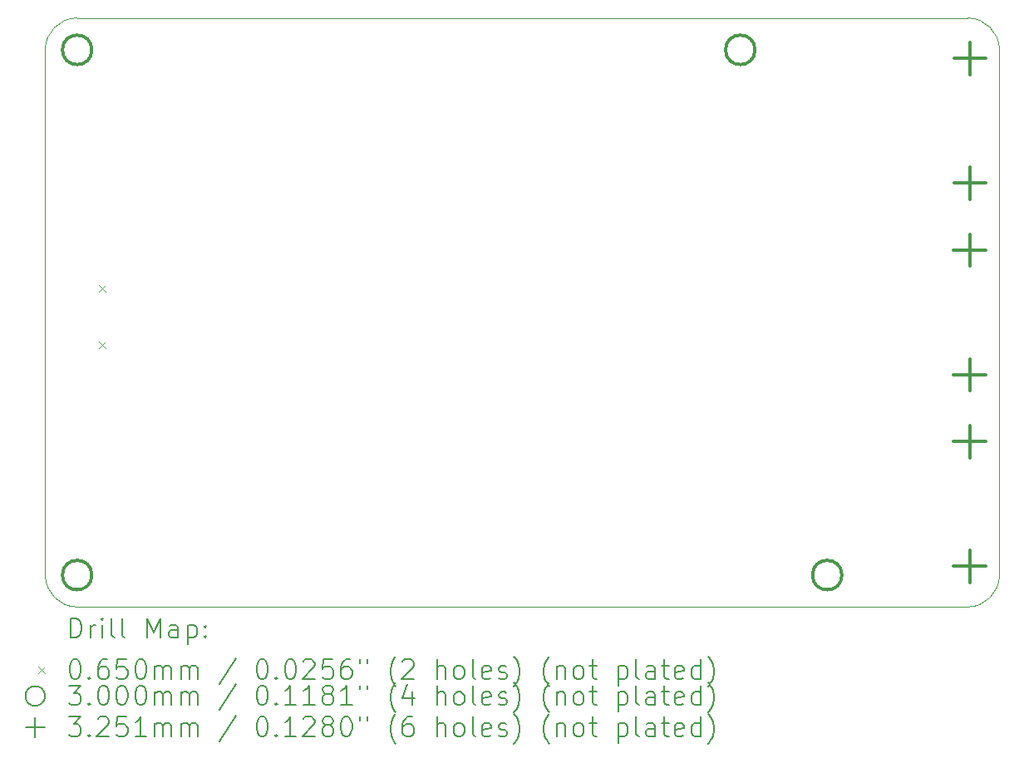
<source format=gbr>
%TF.GenerationSoftware,KiCad,Pcbnew,8.0.8*%
%TF.CreationDate,2026-01-13T22:42:22+09:00*%
%TF.ProjectId,robomas_f103_bridge_NHK2026,726f626f-6d61-4735-9f66-3130335f6272,rev?*%
%TF.SameCoordinates,Original*%
%TF.FileFunction,Drillmap*%
%TF.FilePolarity,Positive*%
%FSLAX45Y45*%
G04 Gerber Fmt 4.5, Leading zero omitted, Abs format (unit mm)*
G04 Created by KiCad (PCBNEW 8.0.8) date 2026-01-13 22:42:22*
%MOMM*%
%LPD*%
G01*
G04 APERTURE LIST*
%ADD10C,0.050000*%
%ADD11C,0.200000*%
%ADD12C,0.100000*%
%ADD13C,0.300000*%
%ADD14C,0.325120*%
G04 APERTURE END LIST*
D10*
X12220190Y-8175190D02*
G75*
G02*
X11895190Y-8500190I-325000J0D01*
G01*
X2825000Y-2500000D02*
X11895190Y-2499810D01*
X11895190Y-8500190D02*
X2825000Y-8500000D01*
X2825000Y-8500000D02*
G75*
G02*
X2500000Y-8175000I0J325000D01*
G01*
X11895190Y-2499810D02*
G75*
G02*
X12220190Y-2824810I0J-325000D01*
G01*
X12220190Y-2824810D02*
X12220190Y-8175190D01*
X2500000Y-8175000D02*
X2500000Y-2825000D01*
X2500000Y-2825000D02*
G75*
G02*
X2825000Y-2500000I325000J0D01*
G01*
D11*
D12*
X3047360Y-5221420D02*
X3112360Y-5286420D01*
X3112360Y-5221420D02*
X3047360Y-5286420D01*
X3047360Y-5799420D02*
X3112360Y-5864420D01*
X3112360Y-5799420D02*
X3047360Y-5864420D01*
D13*
X2975000Y-2825000D02*
G75*
G02*
X2675000Y-2825000I-150000J0D01*
G01*
X2675000Y-2825000D02*
G75*
G02*
X2975000Y-2825000I150000J0D01*
G01*
X2975000Y-8175000D02*
G75*
G02*
X2675000Y-8175000I-150000J0D01*
G01*
X2675000Y-8175000D02*
G75*
G02*
X2975000Y-8175000I150000J0D01*
G01*
X9730000Y-2825000D02*
G75*
G02*
X9430000Y-2825000I-150000J0D01*
G01*
X9430000Y-2825000D02*
G75*
G02*
X9730000Y-2825000I150000J0D01*
G01*
X10615000Y-8175000D02*
G75*
G02*
X10315000Y-8175000I-150000J0D01*
G01*
X10315000Y-8175000D02*
G75*
G02*
X10615000Y-8175000I150000J0D01*
G01*
D14*
X11916300Y-4702440D02*
X11916300Y-5027560D01*
X11753740Y-4865000D02*
X12078860Y-4865000D01*
X11916300Y-5972440D02*
X11916300Y-6297560D01*
X11753740Y-6135000D02*
X12078860Y-6135000D01*
X11916800Y-6653040D02*
X11916800Y-6978160D01*
X11754240Y-6815600D02*
X12079360Y-6815600D01*
X11916800Y-7923040D02*
X11916800Y-8248160D01*
X11754240Y-8085600D02*
X12079360Y-8085600D01*
X11917900Y-2750240D02*
X11917900Y-3075360D01*
X11755340Y-2912800D02*
X12080460Y-2912800D01*
X11917900Y-4020240D02*
X11917900Y-4345360D01*
X11755340Y-4182800D02*
X12080460Y-4182800D01*
D11*
X2758277Y-8814174D02*
X2758277Y-8614174D01*
X2758277Y-8614174D02*
X2805896Y-8614174D01*
X2805896Y-8614174D02*
X2834467Y-8623698D01*
X2834467Y-8623698D02*
X2853515Y-8642746D01*
X2853515Y-8642746D02*
X2863039Y-8661793D01*
X2863039Y-8661793D02*
X2872562Y-8699888D01*
X2872562Y-8699888D02*
X2872562Y-8728460D01*
X2872562Y-8728460D02*
X2863039Y-8766555D01*
X2863039Y-8766555D02*
X2853515Y-8785603D01*
X2853515Y-8785603D02*
X2834467Y-8804650D01*
X2834467Y-8804650D02*
X2805896Y-8814174D01*
X2805896Y-8814174D02*
X2758277Y-8814174D01*
X2958277Y-8814174D02*
X2958277Y-8680841D01*
X2958277Y-8718936D02*
X2967801Y-8699888D01*
X2967801Y-8699888D02*
X2977324Y-8690365D01*
X2977324Y-8690365D02*
X2996372Y-8680841D01*
X2996372Y-8680841D02*
X3015420Y-8680841D01*
X3082086Y-8814174D02*
X3082086Y-8680841D01*
X3082086Y-8614174D02*
X3072562Y-8623698D01*
X3072562Y-8623698D02*
X3082086Y-8633222D01*
X3082086Y-8633222D02*
X3091610Y-8623698D01*
X3091610Y-8623698D02*
X3082086Y-8614174D01*
X3082086Y-8614174D02*
X3082086Y-8633222D01*
X3205896Y-8814174D02*
X3186848Y-8804650D01*
X3186848Y-8804650D02*
X3177324Y-8785603D01*
X3177324Y-8785603D02*
X3177324Y-8614174D01*
X3310658Y-8814174D02*
X3291610Y-8804650D01*
X3291610Y-8804650D02*
X3282086Y-8785603D01*
X3282086Y-8785603D02*
X3282086Y-8614174D01*
X3539229Y-8814174D02*
X3539229Y-8614174D01*
X3539229Y-8614174D02*
X3605896Y-8757031D01*
X3605896Y-8757031D02*
X3672562Y-8614174D01*
X3672562Y-8614174D02*
X3672562Y-8814174D01*
X3853515Y-8814174D02*
X3853515Y-8709412D01*
X3853515Y-8709412D02*
X3843991Y-8690365D01*
X3843991Y-8690365D02*
X3824943Y-8680841D01*
X3824943Y-8680841D02*
X3786848Y-8680841D01*
X3786848Y-8680841D02*
X3767801Y-8690365D01*
X3853515Y-8804650D02*
X3834467Y-8814174D01*
X3834467Y-8814174D02*
X3786848Y-8814174D01*
X3786848Y-8814174D02*
X3767801Y-8804650D01*
X3767801Y-8804650D02*
X3758277Y-8785603D01*
X3758277Y-8785603D02*
X3758277Y-8766555D01*
X3758277Y-8766555D02*
X3767801Y-8747507D01*
X3767801Y-8747507D02*
X3786848Y-8737984D01*
X3786848Y-8737984D02*
X3834467Y-8737984D01*
X3834467Y-8737984D02*
X3853515Y-8728460D01*
X3948753Y-8680841D02*
X3948753Y-8880841D01*
X3948753Y-8690365D02*
X3967801Y-8680841D01*
X3967801Y-8680841D02*
X4005896Y-8680841D01*
X4005896Y-8680841D02*
X4024943Y-8690365D01*
X4024943Y-8690365D02*
X4034467Y-8699888D01*
X4034467Y-8699888D02*
X4043991Y-8718936D01*
X4043991Y-8718936D02*
X4043991Y-8776079D01*
X4043991Y-8776079D02*
X4034467Y-8795126D01*
X4034467Y-8795126D02*
X4024943Y-8804650D01*
X4024943Y-8804650D02*
X4005896Y-8814174D01*
X4005896Y-8814174D02*
X3967801Y-8814174D01*
X3967801Y-8814174D02*
X3948753Y-8804650D01*
X4129705Y-8795126D02*
X4139229Y-8804650D01*
X4139229Y-8804650D02*
X4129705Y-8814174D01*
X4129705Y-8814174D02*
X4120182Y-8804650D01*
X4120182Y-8804650D02*
X4129705Y-8795126D01*
X4129705Y-8795126D02*
X4129705Y-8814174D01*
X4129705Y-8690365D02*
X4139229Y-8699888D01*
X4139229Y-8699888D02*
X4129705Y-8709412D01*
X4129705Y-8709412D02*
X4120182Y-8699888D01*
X4120182Y-8699888D02*
X4129705Y-8690365D01*
X4129705Y-8690365D02*
X4129705Y-8709412D01*
D12*
X2432500Y-9110190D02*
X2497500Y-9175190D01*
X2497500Y-9110190D02*
X2432500Y-9175190D01*
D11*
X2796372Y-9034174D02*
X2815420Y-9034174D01*
X2815420Y-9034174D02*
X2834467Y-9043698D01*
X2834467Y-9043698D02*
X2843991Y-9053222D01*
X2843991Y-9053222D02*
X2853515Y-9072269D01*
X2853515Y-9072269D02*
X2863039Y-9110365D01*
X2863039Y-9110365D02*
X2863039Y-9157984D01*
X2863039Y-9157984D02*
X2853515Y-9196079D01*
X2853515Y-9196079D02*
X2843991Y-9215126D01*
X2843991Y-9215126D02*
X2834467Y-9224650D01*
X2834467Y-9224650D02*
X2815420Y-9234174D01*
X2815420Y-9234174D02*
X2796372Y-9234174D01*
X2796372Y-9234174D02*
X2777324Y-9224650D01*
X2777324Y-9224650D02*
X2767801Y-9215126D01*
X2767801Y-9215126D02*
X2758277Y-9196079D01*
X2758277Y-9196079D02*
X2748753Y-9157984D01*
X2748753Y-9157984D02*
X2748753Y-9110365D01*
X2748753Y-9110365D02*
X2758277Y-9072269D01*
X2758277Y-9072269D02*
X2767801Y-9053222D01*
X2767801Y-9053222D02*
X2777324Y-9043698D01*
X2777324Y-9043698D02*
X2796372Y-9034174D01*
X2948753Y-9215126D02*
X2958277Y-9224650D01*
X2958277Y-9224650D02*
X2948753Y-9234174D01*
X2948753Y-9234174D02*
X2939229Y-9224650D01*
X2939229Y-9224650D02*
X2948753Y-9215126D01*
X2948753Y-9215126D02*
X2948753Y-9234174D01*
X3129705Y-9034174D02*
X3091610Y-9034174D01*
X3091610Y-9034174D02*
X3072562Y-9043698D01*
X3072562Y-9043698D02*
X3063039Y-9053222D01*
X3063039Y-9053222D02*
X3043991Y-9081793D01*
X3043991Y-9081793D02*
X3034467Y-9119888D01*
X3034467Y-9119888D02*
X3034467Y-9196079D01*
X3034467Y-9196079D02*
X3043991Y-9215126D01*
X3043991Y-9215126D02*
X3053515Y-9224650D01*
X3053515Y-9224650D02*
X3072562Y-9234174D01*
X3072562Y-9234174D02*
X3110658Y-9234174D01*
X3110658Y-9234174D02*
X3129705Y-9224650D01*
X3129705Y-9224650D02*
X3139229Y-9215126D01*
X3139229Y-9215126D02*
X3148753Y-9196079D01*
X3148753Y-9196079D02*
X3148753Y-9148460D01*
X3148753Y-9148460D02*
X3139229Y-9129412D01*
X3139229Y-9129412D02*
X3129705Y-9119888D01*
X3129705Y-9119888D02*
X3110658Y-9110365D01*
X3110658Y-9110365D02*
X3072562Y-9110365D01*
X3072562Y-9110365D02*
X3053515Y-9119888D01*
X3053515Y-9119888D02*
X3043991Y-9129412D01*
X3043991Y-9129412D02*
X3034467Y-9148460D01*
X3329705Y-9034174D02*
X3234467Y-9034174D01*
X3234467Y-9034174D02*
X3224943Y-9129412D01*
X3224943Y-9129412D02*
X3234467Y-9119888D01*
X3234467Y-9119888D02*
X3253515Y-9110365D01*
X3253515Y-9110365D02*
X3301134Y-9110365D01*
X3301134Y-9110365D02*
X3320182Y-9119888D01*
X3320182Y-9119888D02*
X3329705Y-9129412D01*
X3329705Y-9129412D02*
X3339229Y-9148460D01*
X3339229Y-9148460D02*
X3339229Y-9196079D01*
X3339229Y-9196079D02*
X3329705Y-9215126D01*
X3329705Y-9215126D02*
X3320182Y-9224650D01*
X3320182Y-9224650D02*
X3301134Y-9234174D01*
X3301134Y-9234174D02*
X3253515Y-9234174D01*
X3253515Y-9234174D02*
X3234467Y-9224650D01*
X3234467Y-9224650D02*
X3224943Y-9215126D01*
X3463039Y-9034174D02*
X3482086Y-9034174D01*
X3482086Y-9034174D02*
X3501134Y-9043698D01*
X3501134Y-9043698D02*
X3510658Y-9053222D01*
X3510658Y-9053222D02*
X3520182Y-9072269D01*
X3520182Y-9072269D02*
X3529705Y-9110365D01*
X3529705Y-9110365D02*
X3529705Y-9157984D01*
X3529705Y-9157984D02*
X3520182Y-9196079D01*
X3520182Y-9196079D02*
X3510658Y-9215126D01*
X3510658Y-9215126D02*
X3501134Y-9224650D01*
X3501134Y-9224650D02*
X3482086Y-9234174D01*
X3482086Y-9234174D02*
X3463039Y-9234174D01*
X3463039Y-9234174D02*
X3443991Y-9224650D01*
X3443991Y-9224650D02*
X3434467Y-9215126D01*
X3434467Y-9215126D02*
X3424943Y-9196079D01*
X3424943Y-9196079D02*
X3415420Y-9157984D01*
X3415420Y-9157984D02*
X3415420Y-9110365D01*
X3415420Y-9110365D02*
X3424943Y-9072269D01*
X3424943Y-9072269D02*
X3434467Y-9053222D01*
X3434467Y-9053222D02*
X3443991Y-9043698D01*
X3443991Y-9043698D02*
X3463039Y-9034174D01*
X3615420Y-9234174D02*
X3615420Y-9100841D01*
X3615420Y-9119888D02*
X3624943Y-9110365D01*
X3624943Y-9110365D02*
X3643991Y-9100841D01*
X3643991Y-9100841D02*
X3672563Y-9100841D01*
X3672563Y-9100841D02*
X3691610Y-9110365D01*
X3691610Y-9110365D02*
X3701134Y-9129412D01*
X3701134Y-9129412D02*
X3701134Y-9234174D01*
X3701134Y-9129412D02*
X3710658Y-9110365D01*
X3710658Y-9110365D02*
X3729705Y-9100841D01*
X3729705Y-9100841D02*
X3758277Y-9100841D01*
X3758277Y-9100841D02*
X3777324Y-9110365D01*
X3777324Y-9110365D02*
X3786848Y-9129412D01*
X3786848Y-9129412D02*
X3786848Y-9234174D01*
X3882086Y-9234174D02*
X3882086Y-9100841D01*
X3882086Y-9119888D02*
X3891610Y-9110365D01*
X3891610Y-9110365D02*
X3910658Y-9100841D01*
X3910658Y-9100841D02*
X3939229Y-9100841D01*
X3939229Y-9100841D02*
X3958277Y-9110365D01*
X3958277Y-9110365D02*
X3967801Y-9129412D01*
X3967801Y-9129412D02*
X3967801Y-9234174D01*
X3967801Y-9129412D02*
X3977324Y-9110365D01*
X3977324Y-9110365D02*
X3996372Y-9100841D01*
X3996372Y-9100841D02*
X4024943Y-9100841D01*
X4024943Y-9100841D02*
X4043991Y-9110365D01*
X4043991Y-9110365D02*
X4053515Y-9129412D01*
X4053515Y-9129412D02*
X4053515Y-9234174D01*
X4443991Y-9024650D02*
X4272563Y-9281793D01*
X4701134Y-9034174D02*
X4720182Y-9034174D01*
X4720182Y-9034174D02*
X4739229Y-9043698D01*
X4739229Y-9043698D02*
X4748753Y-9053222D01*
X4748753Y-9053222D02*
X4758277Y-9072269D01*
X4758277Y-9072269D02*
X4767801Y-9110365D01*
X4767801Y-9110365D02*
X4767801Y-9157984D01*
X4767801Y-9157984D02*
X4758277Y-9196079D01*
X4758277Y-9196079D02*
X4748753Y-9215126D01*
X4748753Y-9215126D02*
X4739229Y-9224650D01*
X4739229Y-9224650D02*
X4720182Y-9234174D01*
X4720182Y-9234174D02*
X4701134Y-9234174D01*
X4701134Y-9234174D02*
X4682087Y-9224650D01*
X4682087Y-9224650D02*
X4672563Y-9215126D01*
X4672563Y-9215126D02*
X4663039Y-9196079D01*
X4663039Y-9196079D02*
X4653515Y-9157984D01*
X4653515Y-9157984D02*
X4653515Y-9110365D01*
X4653515Y-9110365D02*
X4663039Y-9072269D01*
X4663039Y-9072269D02*
X4672563Y-9053222D01*
X4672563Y-9053222D02*
X4682087Y-9043698D01*
X4682087Y-9043698D02*
X4701134Y-9034174D01*
X4853515Y-9215126D02*
X4863039Y-9224650D01*
X4863039Y-9224650D02*
X4853515Y-9234174D01*
X4853515Y-9234174D02*
X4843991Y-9224650D01*
X4843991Y-9224650D02*
X4853515Y-9215126D01*
X4853515Y-9215126D02*
X4853515Y-9234174D01*
X4986848Y-9034174D02*
X5005896Y-9034174D01*
X5005896Y-9034174D02*
X5024944Y-9043698D01*
X5024944Y-9043698D02*
X5034468Y-9053222D01*
X5034468Y-9053222D02*
X5043991Y-9072269D01*
X5043991Y-9072269D02*
X5053515Y-9110365D01*
X5053515Y-9110365D02*
X5053515Y-9157984D01*
X5053515Y-9157984D02*
X5043991Y-9196079D01*
X5043991Y-9196079D02*
X5034468Y-9215126D01*
X5034468Y-9215126D02*
X5024944Y-9224650D01*
X5024944Y-9224650D02*
X5005896Y-9234174D01*
X5005896Y-9234174D02*
X4986848Y-9234174D01*
X4986848Y-9234174D02*
X4967801Y-9224650D01*
X4967801Y-9224650D02*
X4958277Y-9215126D01*
X4958277Y-9215126D02*
X4948753Y-9196079D01*
X4948753Y-9196079D02*
X4939229Y-9157984D01*
X4939229Y-9157984D02*
X4939229Y-9110365D01*
X4939229Y-9110365D02*
X4948753Y-9072269D01*
X4948753Y-9072269D02*
X4958277Y-9053222D01*
X4958277Y-9053222D02*
X4967801Y-9043698D01*
X4967801Y-9043698D02*
X4986848Y-9034174D01*
X5129706Y-9053222D02*
X5139229Y-9043698D01*
X5139229Y-9043698D02*
X5158277Y-9034174D01*
X5158277Y-9034174D02*
X5205896Y-9034174D01*
X5205896Y-9034174D02*
X5224944Y-9043698D01*
X5224944Y-9043698D02*
X5234468Y-9053222D01*
X5234468Y-9053222D02*
X5243991Y-9072269D01*
X5243991Y-9072269D02*
X5243991Y-9091317D01*
X5243991Y-9091317D02*
X5234468Y-9119888D01*
X5234468Y-9119888D02*
X5120182Y-9234174D01*
X5120182Y-9234174D02*
X5243991Y-9234174D01*
X5424944Y-9034174D02*
X5329706Y-9034174D01*
X5329706Y-9034174D02*
X5320182Y-9129412D01*
X5320182Y-9129412D02*
X5329706Y-9119888D01*
X5329706Y-9119888D02*
X5348753Y-9110365D01*
X5348753Y-9110365D02*
X5396372Y-9110365D01*
X5396372Y-9110365D02*
X5415420Y-9119888D01*
X5415420Y-9119888D02*
X5424944Y-9129412D01*
X5424944Y-9129412D02*
X5434468Y-9148460D01*
X5434468Y-9148460D02*
X5434468Y-9196079D01*
X5434468Y-9196079D02*
X5424944Y-9215126D01*
X5424944Y-9215126D02*
X5415420Y-9224650D01*
X5415420Y-9224650D02*
X5396372Y-9234174D01*
X5396372Y-9234174D02*
X5348753Y-9234174D01*
X5348753Y-9234174D02*
X5329706Y-9224650D01*
X5329706Y-9224650D02*
X5320182Y-9215126D01*
X5605896Y-9034174D02*
X5567801Y-9034174D01*
X5567801Y-9034174D02*
X5548753Y-9043698D01*
X5548753Y-9043698D02*
X5539229Y-9053222D01*
X5539229Y-9053222D02*
X5520182Y-9081793D01*
X5520182Y-9081793D02*
X5510658Y-9119888D01*
X5510658Y-9119888D02*
X5510658Y-9196079D01*
X5510658Y-9196079D02*
X5520182Y-9215126D01*
X5520182Y-9215126D02*
X5529706Y-9224650D01*
X5529706Y-9224650D02*
X5548753Y-9234174D01*
X5548753Y-9234174D02*
X5586849Y-9234174D01*
X5586849Y-9234174D02*
X5605896Y-9224650D01*
X5605896Y-9224650D02*
X5615420Y-9215126D01*
X5615420Y-9215126D02*
X5624944Y-9196079D01*
X5624944Y-9196079D02*
X5624944Y-9148460D01*
X5624944Y-9148460D02*
X5615420Y-9129412D01*
X5615420Y-9129412D02*
X5605896Y-9119888D01*
X5605896Y-9119888D02*
X5586849Y-9110365D01*
X5586849Y-9110365D02*
X5548753Y-9110365D01*
X5548753Y-9110365D02*
X5529706Y-9119888D01*
X5529706Y-9119888D02*
X5520182Y-9129412D01*
X5520182Y-9129412D02*
X5510658Y-9148460D01*
X5701134Y-9034174D02*
X5701134Y-9072269D01*
X5777325Y-9034174D02*
X5777325Y-9072269D01*
X6072563Y-9310365D02*
X6063039Y-9300841D01*
X6063039Y-9300841D02*
X6043991Y-9272269D01*
X6043991Y-9272269D02*
X6034468Y-9253222D01*
X6034468Y-9253222D02*
X6024944Y-9224650D01*
X6024944Y-9224650D02*
X6015420Y-9177031D01*
X6015420Y-9177031D02*
X6015420Y-9138936D01*
X6015420Y-9138936D02*
X6024944Y-9091317D01*
X6024944Y-9091317D02*
X6034468Y-9062746D01*
X6034468Y-9062746D02*
X6043991Y-9043698D01*
X6043991Y-9043698D02*
X6063039Y-9015126D01*
X6063039Y-9015126D02*
X6072563Y-9005603D01*
X6139229Y-9053222D02*
X6148753Y-9043698D01*
X6148753Y-9043698D02*
X6167801Y-9034174D01*
X6167801Y-9034174D02*
X6215420Y-9034174D01*
X6215420Y-9034174D02*
X6234468Y-9043698D01*
X6234468Y-9043698D02*
X6243991Y-9053222D01*
X6243991Y-9053222D02*
X6253515Y-9072269D01*
X6253515Y-9072269D02*
X6253515Y-9091317D01*
X6253515Y-9091317D02*
X6243991Y-9119888D01*
X6243991Y-9119888D02*
X6129706Y-9234174D01*
X6129706Y-9234174D02*
X6253515Y-9234174D01*
X6491610Y-9234174D02*
X6491610Y-9034174D01*
X6577325Y-9234174D02*
X6577325Y-9129412D01*
X6577325Y-9129412D02*
X6567801Y-9110365D01*
X6567801Y-9110365D02*
X6548753Y-9100841D01*
X6548753Y-9100841D02*
X6520182Y-9100841D01*
X6520182Y-9100841D02*
X6501134Y-9110365D01*
X6501134Y-9110365D02*
X6491610Y-9119888D01*
X6701134Y-9234174D02*
X6682087Y-9224650D01*
X6682087Y-9224650D02*
X6672563Y-9215126D01*
X6672563Y-9215126D02*
X6663039Y-9196079D01*
X6663039Y-9196079D02*
X6663039Y-9138936D01*
X6663039Y-9138936D02*
X6672563Y-9119888D01*
X6672563Y-9119888D02*
X6682087Y-9110365D01*
X6682087Y-9110365D02*
X6701134Y-9100841D01*
X6701134Y-9100841D02*
X6729706Y-9100841D01*
X6729706Y-9100841D02*
X6748753Y-9110365D01*
X6748753Y-9110365D02*
X6758277Y-9119888D01*
X6758277Y-9119888D02*
X6767801Y-9138936D01*
X6767801Y-9138936D02*
X6767801Y-9196079D01*
X6767801Y-9196079D02*
X6758277Y-9215126D01*
X6758277Y-9215126D02*
X6748753Y-9224650D01*
X6748753Y-9224650D02*
X6729706Y-9234174D01*
X6729706Y-9234174D02*
X6701134Y-9234174D01*
X6882087Y-9234174D02*
X6863039Y-9224650D01*
X6863039Y-9224650D02*
X6853515Y-9205603D01*
X6853515Y-9205603D02*
X6853515Y-9034174D01*
X7034468Y-9224650D02*
X7015420Y-9234174D01*
X7015420Y-9234174D02*
X6977325Y-9234174D01*
X6977325Y-9234174D02*
X6958277Y-9224650D01*
X6958277Y-9224650D02*
X6948753Y-9205603D01*
X6948753Y-9205603D02*
X6948753Y-9129412D01*
X6948753Y-9129412D02*
X6958277Y-9110365D01*
X6958277Y-9110365D02*
X6977325Y-9100841D01*
X6977325Y-9100841D02*
X7015420Y-9100841D01*
X7015420Y-9100841D02*
X7034468Y-9110365D01*
X7034468Y-9110365D02*
X7043991Y-9129412D01*
X7043991Y-9129412D02*
X7043991Y-9148460D01*
X7043991Y-9148460D02*
X6948753Y-9167507D01*
X7120182Y-9224650D02*
X7139230Y-9234174D01*
X7139230Y-9234174D02*
X7177325Y-9234174D01*
X7177325Y-9234174D02*
X7196372Y-9224650D01*
X7196372Y-9224650D02*
X7205896Y-9205603D01*
X7205896Y-9205603D02*
X7205896Y-9196079D01*
X7205896Y-9196079D02*
X7196372Y-9177031D01*
X7196372Y-9177031D02*
X7177325Y-9167507D01*
X7177325Y-9167507D02*
X7148753Y-9167507D01*
X7148753Y-9167507D02*
X7129706Y-9157984D01*
X7129706Y-9157984D02*
X7120182Y-9138936D01*
X7120182Y-9138936D02*
X7120182Y-9129412D01*
X7120182Y-9129412D02*
X7129706Y-9110365D01*
X7129706Y-9110365D02*
X7148753Y-9100841D01*
X7148753Y-9100841D02*
X7177325Y-9100841D01*
X7177325Y-9100841D02*
X7196372Y-9110365D01*
X7272563Y-9310365D02*
X7282087Y-9300841D01*
X7282087Y-9300841D02*
X7301134Y-9272269D01*
X7301134Y-9272269D02*
X7310658Y-9253222D01*
X7310658Y-9253222D02*
X7320182Y-9224650D01*
X7320182Y-9224650D02*
X7329706Y-9177031D01*
X7329706Y-9177031D02*
X7329706Y-9138936D01*
X7329706Y-9138936D02*
X7320182Y-9091317D01*
X7320182Y-9091317D02*
X7310658Y-9062746D01*
X7310658Y-9062746D02*
X7301134Y-9043698D01*
X7301134Y-9043698D02*
X7282087Y-9015126D01*
X7282087Y-9015126D02*
X7272563Y-9005603D01*
X7634468Y-9310365D02*
X7624944Y-9300841D01*
X7624944Y-9300841D02*
X7605896Y-9272269D01*
X7605896Y-9272269D02*
X7596372Y-9253222D01*
X7596372Y-9253222D02*
X7586849Y-9224650D01*
X7586849Y-9224650D02*
X7577325Y-9177031D01*
X7577325Y-9177031D02*
X7577325Y-9138936D01*
X7577325Y-9138936D02*
X7586849Y-9091317D01*
X7586849Y-9091317D02*
X7596372Y-9062746D01*
X7596372Y-9062746D02*
X7605896Y-9043698D01*
X7605896Y-9043698D02*
X7624944Y-9015126D01*
X7624944Y-9015126D02*
X7634468Y-9005603D01*
X7710658Y-9100841D02*
X7710658Y-9234174D01*
X7710658Y-9119888D02*
X7720182Y-9110365D01*
X7720182Y-9110365D02*
X7739230Y-9100841D01*
X7739230Y-9100841D02*
X7767801Y-9100841D01*
X7767801Y-9100841D02*
X7786849Y-9110365D01*
X7786849Y-9110365D02*
X7796372Y-9129412D01*
X7796372Y-9129412D02*
X7796372Y-9234174D01*
X7920182Y-9234174D02*
X7901134Y-9224650D01*
X7901134Y-9224650D02*
X7891611Y-9215126D01*
X7891611Y-9215126D02*
X7882087Y-9196079D01*
X7882087Y-9196079D02*
X7882087Y-9138936D01*
X7882087Y-9138936D02*
X7891611Y-9119888D01*
X7891611Y-9119888D02*
X7901134Y-9110365D01*
X7901134Y-9110365D02*
X7920182Y-9100841D01*
X7920182Y-9100841D02*
X7948753Y-9100841D01*
X7948753Y-9100841D02*
X7967801Y-9110365D01*
X7967801Y-9110365D02*
X7977325Y-9119888D01*
X7977325Y-9119888D02*
X7986849Y-9138936D01*
X7986849Y-9138936D02*
X7986849Y-9196079D01*
X7986849Y-9196079D02*
X7977325Y-9215126D01*
X7977325Y-9215126D02*
X7967801Y-9224650D01*
X7967801Y-9224650D02*
X7948753Y-9234174D01*
X7948753Y-9234174D02*
X7920182Y-9234174D01*
X8043992Y-9100841D02*
X8120182Y-9100841D01*
X8072563Y-9034174D02*
X8072563Y-9205603D01*
X8072563Y-9205603D02*
X8082087Y-9224650D01*
X8082087Y-9224650D02*
X8101134Y-9234174D01*
X8101134Y-9234174D02*
X8120182Y-9234174D01*
X8339230Y-9100841D02*
X8339230Y-9300841D01*
X8339230Y-9110365D02*
X8358277Y-9100841D01*
X8358277Y-9100841D02*
X8396373Y-9100841D01*
X8396373Y-9100841D02*
X8415420Y-9110365D01*
X8415420Y-9110365D02*
X8424944Y-9119888D01*
X8424944Y-9119888D02*
X8434468Y-9138936D01*
X8434468Y-9138936D02*
X8434468Y-9196079D01*
X8434468Y-9196079D02*
X8424944Y-9215126D01*
X8424944Y-9215126D02*
X8415420Y-9224650D01*
X8415420Y-9224650D02*
X8396373Y-9234174D01*
X8396373Y-9234174D02*
X8358277Y-9234174D01*
X8358277Y-9234174D02*
X8339230Y-9224650D01*
X8548754Y-9234174D02*
X8529706Y-9224650D01*
X8529706Y-9224650D02*
X8520182Y-9205603D01*
X8520182Y-9205603D02*
X8520182Y-9034174D01*
X8710658Y-9234174D02*
X8710658Y-9129412D01*
X8710658Y-9129412D02*
X8701135Y-9110365D01*
X8701135Y-9110365D02*
X8682087Y-9100841D01*
X8682087Y-9100841D02*
X8643992Y-9100841D01*
X8643992Y-9100841D02*
X8624944Y-9110365D01*
X8710658Y-9224650D02*
X8691611Y-9234174D01*
X8691611Y-9234174D02*
X8643992Y-9234174D01*
X8643992Y-9234174D02*
X8624944Y-9224650D01*
X8624944Y-9224650D02*
X8615420Y-9205603D01*
X8615420Y-9205603D02*
X8615420Y-9186555D01*
X8615420Y-9186555D02*
X8624944Y-9167507D01*
X8624944Y-9167507D02*
X8643992Y-9157984D01*
X8643992Y-9157984D02*
X8691611Y-9157984D01*
X8691611Y-9157984D02*
X8710658Y-9148460D01*
X8777325Y-9100841D02*
X8853515Y-9100841D01*
X8805896Y-9034174D02*
X8805896Y-9205603D01*
X8805896Y-9205603D02*
X8815420Y-9224650D01*
X8815420Y-9224650D02*
X8834468Y-9234174D01*
X8834468Y-9234174D02*
X8853515Y-9234174D01*
X8996373Y-9224650D02*
X8977325Y-9234174D01*
X8977325Y-9234174D02*
X8939230Y-9234174D01*
X8939230Y-9234174D02*
X8920182Y-9224650D01*
X8920182Y-9224650D02*
X8910658Y-9205603D01*
X8910658Y-9205603D02*
X8910658Y-9129412D01*
X8910658Y-9129412D02*
X8920182Y-9110365D01*
X8920182Y-9110365D02*
X8939230Y-9100841D01*
X8939230Y-9100841D02*
X8977325Y-9100841D01*
X8977325Y-9100841D02*
X8996373Y-9110365D01*
X8996373Y-9110365D02*
X9005896Y-9129412D01*
X9005896Y-9129412D02*
X9005896Y-9148460D01*
X9005896Y-9148460D02*
X8910658Y-9167507D01*
X9177325Y-9234174D02*
X9177325Y-9034174D01*
X9177325Y-9224650D02*
X9158277Y-9234174D01*
X9158277Y-9234174D02*
X9120182Y-9234174D01*
X9120182Y-9234174D02*
X9101135Y-9224650D01*
X9101135Y-9224650D02*
X9091611Y-9215126D01*
X9091611Y-9215126D02*
X9082087Y-9196079D01*
X9082087Y-9196079D02*
X9082087Y-9138936D01*
X9082087Y-9138936D02*
X9091611Y-9119888D01*
X9091611Y-9119888D02*
X9101135Y-9110365D01*
X9101135Y-9110365D02*
X9120182Y-9100841D01*
X9120182Y-9100841D02*
X9158277Y-9100841D01*
X9158277Y-9100841D02*
X9177325Y-9110365D01*
X9253516Y-9310365D02*
X9263039Y-9300841D01*
X9263039Y-9300841D02*
X9282087Y-9272269D01*
X9282087Y-9272269D02*
X9291611Y-9253222D01*
X9291611Y-9253222D02*
X9301135Y-9224650D01*
X9301135Y-9224650D02*
X9310658Y-9177031D01*
X9310658Y-9177031D02*
X9310658Y-9138936D01*
X9310658Y-9138936D02*
X9301135Y-9091317D01*
X9301135Y-9091317D02*
X9291611Y-9062746D01*
X9291611Y-9062746D02*
X9282087Y-9043698D01*
X9282087Y-9043698D02*
X9263039Y-9015126D01*
X9263039Y-9015126D02*
X9253516Y-9005603D01*
X2497500Y-9406690D02*
G75*
G02*
X2297500Y-9406690I-100000J0D01*
G01*
X2297500Y-9406690D02*
G75*
G02*
X2497500Y-9406690I100000J0D01*
G01*
X2739229Y-9298174D02*
X2863039Y-9298174D01*
X2863039Y-9298174D02*
X2796372Y-9374365D01*
X2796372Y-9374365D02*
X2824943Y-9374365D01*
X2824943Y-9374365D02*
X2843991Y-9383888D01*
X2843991Y-9383888D02*
X2853515Y-9393412D01*
X2853515Y-9393412D02*
X2863039Y-9412460D01*
X2863039Y-9412460D02*
X2863039Y-9460079D01*
X2863039Y-9460079D02*
X2853515Y-9479126D01*
X2853515Y-9479126D02*
X2843991Y-9488650D01*
X2843991Y-9488650D02*
X2824943Y-9498174D01*
X2824943Y-9498174D02*
X2767801Y-9498174D01*
X2767801Y-9498174D02*
X2748753Y-9488650D01*
X2748753Y-9488650D02*
X2739229Y-9479126D01*
X2948753Y-9479126D02*
X2958277Y-9488650D01*
X2958277Y-9488650D02*
X2948753Y-9498174D01*
X2948753Y-9498174D02*
X2939229Y-9488650D01*
X2939229Y-9488650D02*
X2948753Y-9479126D01*
X2948753Y-9479126D02*
X2948753Y-9498174D01*
X3082086Y-9298174D02*
X3101134Y-9298174D01*
X3101134Y-9298174D02*
X3120182Y-9307698D01*
X3120182Y-9307698D02*
X3129705Y-9317222D01*
X3129705Y-9317222D02*
X3139229Y-9336269D01*
X3139229Y-9336269D02*
X3148753Y-9374365D01*
X3148753Y-9374365D02*
X3148753Y-9421984D01*
X3148753Y-9421984D02*
X3139229Y-9460079D01*
X3139229Y-9460079D02*
X3129705Y-9479126D01*
X3129705Y-9479126D02*
X3120182Y-9488650D01*
X3120182Y-9488650D02*
X3101134Y-9498174D01*
X3101134Y-9498174D02*
X3082086Y-9498174D01*
X3082086Y-9498174D02*
X3063039Y-9488650D01*
X3063039Y-9488650D02*
X3053515Y-9479126D01*
X3053515Y-9479126D02*
X3043991Y-9460079D01*
X3043991Y-9460079D02*
X3034467Y-9421984D01*
X3034467Y-9421984D02*
X3034467Y-9374365D01*
X3034467Y-9374365D02*
X3043991Y-9336269D01*
X3043991Y-9336269D02*
X3053515Y-9317222D01*
X3053515Y-9317222D02*
X3063039Y-9307698D01*
X3063039Y-9307698D02*
X3082086Y-9298174D01*
X3272562Y-9298174D02*
X3291610Y-9298174D01*
X3291610Y-9298174D02*
X3310658Y-9307698D01*
X3310658Y-9307698D02*
X3320182Y-9317222D01*
X3320182Y-9317222D02*
X3329705Y-9336269D01*
X3329705Y-9336269D02*
X3339229Y-9374365D01*
X3339229Y-9374365D02*
X3339229Y-9421984D01*
X3339229Y-9421984D02*
X3329705Y-9460079D01*
X3329705Y-9460079D02*
X3320182Y-9479126D01*
X3320182Y-9479126D02*
X3310658Y-9488650D01*
X3310658Y-9488650D02*
X3291610Y-9498174D01*
X3291610Y-9498174D02*
X3272562Y-9498174D01*
X3272562Y-9498174D02*
X3253515Y-9488650D01*
X3253515Y-9488650D02*
X3243991Y-9479126D01*
X3243991Y-9479126D02*
X3234467Y-9460079D01*
X3234467Y-9460079D02*
X3224943Y-9421984D01*
X3224943Y-9421984D02*
X3224943Y-9374365D01*
X3224943Y-9374365D02*
X3234467Y-9336269D01*
X3234467Y-9336269D02*
X3243991Y-9317222D01*
X3243991Y-9317222D02*
X3253515Y-9307698D01*
X3253515Y-9307698D02*
X3272562Y-9298174D01*
X3463039Y-9298174D02*
X3482086Y-9298174D01*
X3482086Y-9298174D02*
X3501134Y-9307698D01*
X3501134Y-9307698D02*
X3510658Y-9317222D01*
X3510658Y-9317222D02*
X3520182Y-9336269D01*
X3520182Y-9336269D02*
X3529705Y-9374365D01*
X3529705Y-9374365D02*
X3529705Y-9421984D01*
X3529705Y-9421984D02*
X3520182Y-9460079D01*
X3520182Y-9460079D02*
X3510658Y-9479126D01*
X3510658Y-9479126D02*
X3501134Y-9488650D01*
X3501134Y-9488650D02*
X3482086Y-9498174D01*
X3482086Y-9498174D02*
X3463039Y-9498174D01*
X3463039Y-9498174D02*
X3443991Y-9488650D01*
X3443991Y-9488650D02*
X3434467Y-9479126D01*
X3434467Y-9479126D02*
X3424943Y-9460079D01*
X3424943Y-9460079D02*
X3415420Y-9421984D01*
X3415420Y-9421984D02*
X3415420Y-9374365D01*
X3415420Y-9374365D02*
X3424943Y-9336269D01*
X3424943Y-9336269D02*
X3434467Y-9317222D01*
X3434467Y-9317222D02*
X3443991Y-9307698D01*
X3443991Y-9307698D02*
X3463039Y-9298174D01*
X3615420Y-9498174D02*
X3615420Y-9364841D01*
X3615420Y-9383888D02*
X3624943Y-9374365D01*
X3624943Y-9374365D02*
X3643991Y-9364841D01*
X3643991Y-9364841D02*
X3672563Y-9364841D01*
X3672563Y-9364841D02*
X3691610Y-9374365D01*
X3691610Y-9374365D02*
X3701134Y-9393412D01*
X3701134Y-9393412D02*
X3701134Y-9498174D01*
X3701134Y-9393412D02*
X3710658Y-9374365D01*
X3710658Y-9374365D02*
X3729705Y-9364841D01*
X3729705Y-9364841D02*
X3758277Y-9364841D01*
X3758277Y-9364841D02*
X3777324Y-9374365D01*
X3777324Y-9374365D02*
X3786848Y-9393412D01*
X3786848Y-9393412D02*
X3786848Y-9498174D01*
X3882086Y-9498174D02*
X3882086Y-9364841D01*
X3882086Y-9383888D02*
X3891610Y-9374365D01*
X3891610Y-9374365D02*
X3910658Y-9364841D01*
X3910658Y-9364841D02*
X3939229Y-9364841D01*
X3939229Y-9364841D02*
X3958277Y-9374365D01*
X3958277Y-9374365D02*
X3967801Y-9393412D01*
X3967801Y-9393412D02*
X3967801Y-9498174D01*
X3967801Y-9393412D02*
X3977324Y-9374365D01*
X3977324Y-9374365D02*
X3996372Y-9364841D01*
X3996372Y-9364841D02*
X4024943Y-9364841D01*
X4024943Y-9364841D02*
X4043991Y-9374365D01*
X4043991Y-9374365D02*
X4053515Y-9393412D01*
X4053515Y-9393412D02*
X4053515Y-9498174D01*
X4443991Y-9288650D02*
X4272563Y-9545793D01*
X4701134Y-9298174D02*
X4720182Y-9298174D01*
X4720182Y-9298174D02*
X4739229Y-9307698D01*
X4739229Y-9307698D02*
X4748753Y-9317222D01*
X4748753Y-9317222D02*
X4758277Y-9336269D01*
X4758277Y-9336269D02*
X4767801Y-9374365D01*
X4767801Y-9374365D02*
X4767801Y-9421984D01*
X4767801Y-9421984D02*
X4758277Y-9460079D01*
X4758277Y-9460079D02*
X4748753Y-9479126D01*
X4748753Y-9479126D02*
X4739229Y-9488650D01*
X4739229Y-9488650D02*
X4720182Y-9498174D01*
X4720182Y-9498174D02*
X4701134Y-9498174D01*
X4701134Y-9498174D02*
X4682087Y-9488650D01*
X4682087Y-9488650D02*
X4672563Y-9479126D01*
X4672563Y-9479126D02*
X4663039Y-9460079D01*
X4663039Y-9460079D02*
X4653515Y-9421984D01*
X4653515Y-9421984D02*
X4653515Y-9374365D01*
X4653515Y-9374365D02*
X4663039Y-9336269D01*
X4663039Y-9336269D02*
X4672563Y-9317222D01*
X4672563Y-9317222D02*
X4682087Y-9307698D01*
X4682087Y-9307698D02*
X4701134Y-9298174D01*
X4853515Y-9479126D02*
X4863039Y-9488650D01*
X4863039Y-9488650D02*
X4853515Y-9498174D01*
X4853515Y-9498174D02*
X4843991Y-9488650D01*
X4843991Y-9488650D02*
X4853515Y-9479126D01*
X4853515Y-9479126D02*
X4853515Y-9498174D01*
X5053515Y-9498174D02*
X4939229Y-9498174D01*
X4996372Y-9498174D02*
X4996372Y-9298174D01*
X4996372Y-9298174D02*
X4977325Y-9326746D01*
X4977325Y-9326746D02*
X4958277Y-9345793D01*
X4958277Y-9345793D02*
X4939229Y-9355317D01*
X5243991Y-9498174D02*
X5129706Y-9498174D01*
X5186848Y-9498174D02*
X5186848Y-9298174D01*
X5186848Y-9298174D02*
X5167801Y-9326746D01*
X5167801Y-9326746D02*
X5148753Y-9345793D01*
X5148753Y-9345793D02*
X5129706Y-9355317D01*
X5358277Y-9383888D02*
X5339229Y-9374365D01*
X5339229Y-9374365D02*
X5329706Y-9364841D01*
X5329706Y-9364841D02*
X5320182Y-9345793D01*
X5320182Y-9345793D02*
X5320182Y-9336269D01*
X5320182Y-9336269D02*
X5329706Y-9317222D01*
X5329706Y-9317222D02*
X5339229Y-9307698D01*
X5339229Y-9307698D02*
X5358277Y-9298174D01*
X5358277Y-9298174D02*
X5396372Y-9298174D01*
X5396372Y-9298174D02*
X5415420Y-9307698D01*
X5415420Y-9307698D02*
X5424944Y-9317222D01*
X5424944Y-9317222D02*
X5434468Y-9336269D01*
X5434468Y-9336269D02*
X5434468Y-9345793D01*
X5434468Y-9345793D02*
X5424944Y-9364841D01*
X5424944Y-9364841D02*
X5415420Y-9374365D01*
X5415420Y-9374365D02*
X5396372Y-9383888D01*
X5396372Y-9383888D02*
X5358277Y-9383888D01*
X5358277Y-9383888D02*
X5339229Y-9393412D01*
X5339229Y-9393412D02*
X5329706Y-9402936D01*
X5329706Y-9402936D02*
X5320182Y-9421984D01*
X5320182Y-9421984D02*
X5320182Y-9460079D01*
X5320182Y-9460079D02*
X5329706Y-9479126D01*
X5329706Y-9479126D02*
X5339229Y-9488650D01*
X5339229Y-9488650D02*
X5358277Y-9498174D01*
X5358277Y-9498174D02*
X5396372Y-9498174D01*
X5396372Y-9498174D02*
X5415420Y-9488650D01*
X5415420Y-9488650D02*
X5424944Y-9479126D01*
X5424944Y-9479126D02*
X5434468Y-9460079D01*
X5434468Y-9460079D02*
X5434468Y-9421984D01*
X5434468Y-9421984D02*
X5424944Y-9402936D01*
X5424944Y-9402936D02*
X5415420Y-9393412D01*
X5415420Y-9393412D02*
X5396372Y-9383888D01*
X5624944Y-9498174D02*
X5510658Y-9498174D01*
X5567801Y-9498174D02*
X5567801Y-9298174D01*
X5567801Y-9298174D02*
X5548753Y-9326746D01*
X5548753Y-9326746D02*
X5529706Y-9345793D01*
X5529706Y-9345793D02*
X5510658Y-9355317D01*
X5701134Y-9298174D02*
X5701134Y-9336269D01*
X5777325Y-9298174D02*
X5777325Y-9336269D01*
X6072563Y-9574365D02*
X6063039Y-9564841D01*
X6063039Y-9564841D02*
X6043991Y-9536269D01*
X6043991Y-9536269D02*
X6034468Y-9517222D01*
X6034468Y-9517222D02*
X6024944Y-9488650D01*
X6024944Y-9488650D02*
X6015420Y-9441031D01*
X6015420Y-9441031D02*
X6015420Y-9402936D01*
X6015420Y-9402936D02*
X6024944Y-9355317D01*
X6024944Y-9355317D02*
X6034468Y-9326746D01*
X6034468Y-9326746D02*
X6043991Y-9307698D01*
X6043991Y-9307698D02*
X6063039Y-9279126D01*
X6063039Y-9279126D02*
X6072563Y-9269603D01*
X6234468Y-9364841D02*
X6234468Y-9498174D01*
X6186848Y-9288650D02*
X6139229Y-9431507D01*
X6139229Y-9431507D02*
X6263039Y-9431507D01*
X6491610Y-9498174D02*
X6491610Y-9298174D01*
X6577325Y-9498174D02*
X6577325Y-9393412D01*
X6577325Y-9393412D02*
X6567801Y-9374365D01*
X6567801Y-9374365D02*
X6548753Y-9364841D01*
X6548753Y-9364841D02*
X6520182Y-9364841D01*
X6520182Y-9364841D02*
X6501134Y-9374365D01*
X6501134Y-9374365D02*
X6491610Y-9383888D01*
X6701134Y-9498174D02*
X6682087Y-9488650D01*
X6682087Y-9488650D02*
X6672563Y-9479126D01*
X6672563Y-9479126D02*
X6663039Y-9460079D01*
X6663039Y-9460079D02*
X6663039Y-9402936D01*
X6663039Y-9402936D02*
X6672563Y-9383888D01*
X6672563Y-9383888D02*
X6682087Y-9374365D01*
X6682087Y-9374365D02*
X6701134Y-9364841D01*
X6701134Y-9364841D02*
X6729706Y-9364841D01*
X6729706Y-9364841D02*
X6748753Y-9374365D01*
X6748753Y-9374365D02*
X6758277Y-9383888D01*
X6758277Y-9383888D02*
X6767801Y-9402936D01*
X6767801Y-9402936D02*
X6767801Y-9460079D01*
X6767801Y-9460079D02*
X6758277Y-9479126D01*
X6758277Y-9479126D02*
X6748753Y-9488650D01*
X6748753Y-9488650D02*
X6729706Y-9498174D01*
X6729706Y-9498174D02*
X6701134Y-9498174D01*
X6882087Y-9498174D02*
X6863039Y-9488650D01*
X6863039Y-9488650D02*
X6853515Y-9469603D01*
X6853515Y-9469603D02*
X6853515Y-9298174D01*
X7034468Y-9488650D02*
X7015420Y-9498174D01*
X7015420Y-9498174D02*
X6977325Y-9498174D01*
X6977325Y-9498174D02*
X6958277Y-9488650D01*
X6958277Y-9488650D02*
X6948753Y-9469603D01*
X6948753Y-9469603D02*
X6948753Y-9393412D01*
X6948753Y-9393412D02*
X6958277Y-9374365D01*
X6958277Y-9374365D02*
X6977325Y-9364841D01*
X6977325Y-9364841D02*
X7015420Y-9364841D01*
X7015420Y-9364841D02*
X7034468Y-9374365D01*
X7034468Y-9374365D02*
X7043991Y-9393412D01*
X7043991Y-9393412D02*
X7043991Y-9412460D01*
X7043991Y-9412460D02*
X6948753Y-9431507D01*
X7120182Y-9488650D02*
X7139230Y-9498174D01*
X7139230Y-9498174D02*
X7177325Y-9498174D01*
X7177325Y-9498174D02*
X7196372Y-9488650D01*
X7196372Y-9488650D02*
X7205896Y-9469603D01*
X7205896Y-9469603D02*
X7205896Y-9460079D01*
X7205896Y-9460079D02*
X7196372Y-9441031D01*
X7196372Y-9441031D02*
X7177325Y-9431507D01*
X7177325Y-9431507D02*
X7148753Y-9431507D01*
X7148753Y-9431507D02*
X7129706Y-9421984D01*
X7129706Y-9421984D02*
X7120182Y-9402936D01*
X7120182Y-9402936D02*
X7120182Y-9393412D01*
X7120182Y-9393412D02*
X7129706Y-9374365D01*
X7129706Y-9374365D02*
X7148753Y-9364841D01*
X7148753Y-9364841D02*
X7177325Y-9364841D01*
X7177325Y-9364841D02*
X7196372Y-9374365D01*
X7272563Y-9574365D02*
X7282087Y-9564841D01*
X7282087Y-9564841D02*
X7301134Y-9536269D01*
X7301134Y-9536269D02*
X7310658Y-9517222D01*
X7310658Y-9517222D02*
X7320182Y-9488650D01*
X7320182Y-9488650D02*
X7329706Y-9441031D01*
X7329706Y-9441031D02*
X7329706Y-9402936D01*
X7329706Y-9402936D02*
X7320182Y-9355317D01*
X7320182Y-9355317D02*
X7310658Y-9326746D01*
X7310658Y-9326746D02*
X7301134Y-9307698D01*
X7301134Y-9307698D02*
X7282087Y-9279126D01*
X7282087Y-9279126D02*
X7272563Y-9269603D01*
X7634468Y-9574365D02*
X7624944Y-9564841D01*
X7624944Y-9564841D02*
X7605896Y-9536269D01*
X7605896Y-9536269D02*
X7596372Y-9517222D01*
X7596372Y-9517222D02*
X7586849Y-9488650D01*
X7586849Y-9488650D02*
X7577325Y-9441031D01*
X7577325Y-9441031D02*
X7577325Y-9402936D01*
X7577325Y-9402936D02*
X7586849Y-9355317D01*
X7586849Y-9355317D02*
X7596372Y-9326746D01*
X7596372Y-9326746D02*
X7605896Y-9307698D01*
X7605896Y-9307698D02*
X7624944Y-9279126D01*
X7624944Y-9279126D02*
X7634468Y-9269603D01*
X7710658Y-9364841D02*
X7710658Y-9498174D01*
X7710658Y-9383888D02*
X7720182Y-9374365D01*
X7720182Y-9374365D02*
X7739230Y-9364841D01*
X7739230Y-9364841D02*
X7767801Y-9364841D01*
X7767801Y-9364841D02*
X7786849Y-9374365D01*
X7786849Y-9374365D02*
X7796372Y-9393412D01*
X7796372Y-9393412D02*
X7796372Y-9498174D01*
X7920182Y-9498174D02*
X7901134Y-9488650D01*
X7901134Y-9488650D02*
X7891611Y-9479126D01*
X7891611Y-9479126D02*
X7882087Y-9460079D01*
X7882087Y-9460079D02*
X7882087Y-9402936D01*
X7882087Y-9402936D02*
X7891611Y-9383888D01*
X7891611Y-9383888D02*
X7901134Y-9374365D01*
X7901134Y-9374365D02*
X7920182Y-9364841D01*
X7920182Y-9364841D02*
X7948753Y-9364841D01*
X7948753Y-9364841D02*
X7967801Y-9374365D01*
X7967801Y-9374365D02*
X7977325Y-9383888D01*
X7977325Y-9383888D02*
X7986849Y-9402936D01*
X7986849Y-9402936D02*
X7986849Y-9460079D01*
X7986849Y-9460079D02*
X7977325Y-9479126D01*
X7977325Y-9479126D02*
X7967801Y-9488650D01*
X7967801Y-9488650D02*
X7948753Y-9498174D01*
X7948753Y-9498174D02*
X7920182Y-9498174D01*
X8043992Y-9364841D02*
X8120182Y-9364841D01*
X8072563Y-9298174D02*
X8072563Y-9469603D01*
X8072563Y-9469603D02*
X8082087Y-9488650D01*
X8082087Y-9488650D02*
X8101134Y-9498174D01*
X8101134Y-9498174D02*
X8120182Y-9498174D01*
X8339230Y-9364841D02*
X8339230Y-9564841D01*
X8339230Y-9374365D02*
X8358277Y-9364841D01*
X8358277Y-9364841D02*
X8396373Y-9364841D01*
X8396373Y-9364841D02*
X8415420Y-9374365D01*
X8415420Y-9374365D02*
X8424944Y-9383888D01*
X8424944Y-9383888D02*
X8434468Y-9402936D01*
X8434468Y-9402936D02*
X8434468Y-9460079D01*
X8434468Y-9460079D02*
X8424944Y-9479126D01*
X8424944Y-9479126D02*
X8415420Y-9488650D01*
X8415420Y-9488650D02*
X8396373Y-9498174D01*
X8396373Y-9498174D02*
X8358277Y-9498174D01*
X8358277Y-9498174D02*
X8339230Y-9488650D01*
X8548754Y-9498174D02*
X8529706Y-9488650D01*
X8529706Y-9488650D02*
X8520182Y-9469603D01*
X8520182Y-9469603D02*
X8520182Y-9298174D01*
X8710658Y-9498174D02*
X8710658Y-9393412D01*
X8710658Y-9393412D02*
X8701135Y-9374365D01*
X8701135Y-9374365D02*
X8682087Y-9364841D01*
X8682087Y-9364841D02*
X8643992Y-9364841D01*
X8643992Y-9364841D02*
X8624944Y-9374365D01*
X8710658Y-9488650D02*
X8691611Y-9498174D01*
X8691611Y-9498174D02*
X8643992Y-9498174D01*
X8643992Y-9498174D02*
X8624944Y-9488650D01*
X8624944Y-9488650D02*
X8615420Y-9469603D01*
X8615420Y-9469603D02*
X8615420Y-9450555D01*
X8615420Y-9450555D02*
X8624944Y-9431507D01*
X8624944Y-9431507D02*
X8643992Y-9421984D01*
X8643992Y-9421984D02*
X8691611Y-9421984D01*
X8691611Y-9421984D02*
X8710658Y-9412460D01*
X8777325Y-9364841D02*
X8853515Y-9364841D01*
X8805896Y-9298174D02*
X8805896Y-9469603D01*
X8805896Y-9469603D02*
X8815420Y-9488650D01*
X8815420Y-9488650D02*
X8834468Y-9498174D01*
X8834468Y-9498174D02*
X8853515Y-9498174D01*
X8996373Y-9488650D02*
X8977325Y-9498174D01*
X8977325Y-9498174D02*
X8939230Y-9498174D01*
X8939230Y-9498174D02*
X8920182Y-9488650D01*
X8920182Y-9488650D02*
X8910658Y-9469603D01*
X8910658Y-9469603D02*
X8910658Y-9393412D01*
X8910658Y-9393412D02*
X8920182Y-9374365D01*
X8920182Y-9374365D02*
X8939230Y-9364841D01*
X8939230Y-9364841D02*
X8977325Y-9364841D01*
X8977325Y-9364841D02*
X8996373Y-9374365D01*
X8996373Y-9374365D02*
X9005896Y-9393412D01*
X9005896Y-9393412D02*
X9005896Y-9412460D01*
X9005896Y-9412460D02*
X8910658Y-9431507D01*
X9177325Y-9498174D02*
X9177325Y-9298174D01*
X9177325Y-9488650D02*
X9158277Y-9498174D01*
X9158277Y-9498174D02*
X9120182Y-9498174D01*
X9120182Y-9498174D02*
X9101135Y-9488650D01*
X9101135Y-9488650D02*
X9091611Y-9479126D01*
X9091611Y-9479126D02*
X9082087Y-9460079D01*
X9082087Y-9460079D02*
X9082087Y-9402936D01*
X9082087Y-9402936D02*
X9091611Y-9383888D01*
X9091611Y-9383888D02*
X9101135Y-9374365D01*
X9101135Y-9374365D02*
X9120182Y-9364841D01*
X9120182Y-9364841D02*
X9158277Y-9364841D01*
X9158277Y-9364841D02*
X9177325Y-9374365D01*
X9253516Y-9574365D02*
X9263039Y-9564841D01*
X9263039Y-9564841D02*
X9282087Y-9536269D01*
X9282087Y-9536269D02*
X9291611Y-9517222D01*
X9291611Y-9517222D02*
X9301135Y-9488650D01*
X9301135Y-9488650D02*
X9310658Y-9441031D01*
X9310658Y-9441031D02*
X9310658Y-9402936D01*
X9310658Y-9402936D02*
X9301135Y-9355317D01*
X9301135Y-9355317D02*
X9291611Y-9326746D01*
X9291611Y-9326746D02*
X9282087Y-9307698D01*
X9282087Y-9307698D02*
X9263039Y-9279126D01*
X9263039Y-9279126D02*
X9253516Y-9269603D01*
X2397500Y-9626690D02*
X2397500Y-9826690D01*
X2297500Y-9726690D02*
X2497500Y-9726690D01*
X2739229Y-9618174D02*
X2863039Y-9618174D01*
X2863039Y-9618174D02*
X2796372Y-9694365D01*
X2796372Y-9694365D02*
X2824943Y-9694365D01*
X2824943Y-9694365D02*
X2843991Y-9703888D01*
X2843991Y-9703888D02*
X2853515Y-9713412D01*
X2853515Y-9713412D02*
X2863039Y-9732460D01*
X2863039Y-9732460D02*
X2863039Y-9780079D01*
X2863039Y-9780079D02*
X2853515Y-9799126D01*
X2853515Y-9799126D02*
X2843991Y-9808650D01*
X2843991Y-9808650D02*
X2824943Y-9818174D01*
X2824943Y-9818174D02*
X2767801Y-9818174D01*
X2767801Y-9818174D02*
X2748753Y-9808650D01*
X2748753Y-9808650D02*
X2739229Y-9799126D01*
X2948753Y-9799126D02*
X2958277Y-9808650D01*
X2958277Y-9808650D02*
X2948753Y-9818174D01*
X2948753Y-9818174D02*
X2939229Y-9808650D01*
X2939229Y-9808650D02*
X2948753Y-9799126D01*
X2948753Y-9799126D02*
X2948753Y-9818174D01*
X3034467Y-9637222D02*
X3043991Y-9627698D01*
X3043991Y-9627698D02*
X3063039Y-9618174D01*
X3063039Y-9618174D02*
X3110658Y-9618174D01*
X3110658Y-9618174D02*
X3129705Y-9627698D01*
X3129705Y-9627698D02*
X3139229Y-9637222D01*
X3139229Y-9637222D02*
X3148753Y-9656269D01*
X3148753Y-9656269D02*
X3148753Y-9675317D01*
X3148753Y-9675317D02*
X3139229Y-9703888D01*
X3139229Y-9703888D02*
X3024943Y-9818174D01*
X3024943Y-9818174D02*
X3148753Y-9818174D01*
X3329705Y-9618174D02*
X3234467Y-9618174D01*
X3234467Y-9618174D02*
X3224943Y-9713412D01*
X3224943Y-9713412D02*
X3234467Y-9703888D01*
X3234467Y-9703888D02*
X3253515Y-9694365D01*
X3253515Y-9694365D02*
X3301134Y-9694365D01*
X3301134Y-9694365D02*
X3320182Y-9703888D01*
X3320182Y-9703888D02*
X3329705Y-9713412D01*
X3329705Y-9713412D02*
X3339229Y-9732460D01*
X3339229Y-9732460D02*
X3339229Y-9780079D01*
X3339229Y-9780079D02*
X3329705Y-9799126D01*
X3329705Y-9799126D02*
X3320182Y-9808650D01*
X3320182Y-9808650D02*
X3301134Y-9818174D01*
X3301134Y-9818174D02*
X3253515Y-9818174D01*
X3253515Y-9818174D02*
X3234467Y-9808650D01*
X3234467Y-9808650D02*
X3224943Y-9799126D01*
X3529705Y-9818174D02*
X3415420Y-9818174D01*
X3472562Y-9818174D02*
X3472562Y-9618174D01*
X3472562Y-9618174D02*
X3453515Y-9646746D01*
X3453515Y-9646746D02*
X3434467Y-9665793D01*
X3434467Y-9665793D02*
X3415420Y-9675317D01*
X3615420Y-9818174D02*
X3615420Y-9684841D01*
X3615420Y-9703888D02*
X3624943Y-9694365D01*
X3624943Y-9694365D02*
X3643991Y-9684841D01*
X3643991Y-9684841D02*
X3672563Y-9684841D01*
X3672563Y-9684841D02*
X3691610Y-9694365D01*
X3691610Y-9694365D02*
X3701134Y-9713412D01*
X3701134Y-9713412D02*
X3701134Y-9818174D01*
X3701134Y-9713412D02*
X3710658Y-9694365D01*
X3710658Y-9694365D02*
X3729705Y-9684841D01*
X3729705Y-9684841D02*
X3758277Y-9684841D01*
X3758277Y-9684841D02*
X3777324Y-9694365D01*
X3777324Y-9694365D02*
X3786848Y-9713412D01*
X3786848Y-9713412D02*
X3786848Y-9818174D01*
X3882086Y-9818174D02*
X3882086Y-9684841D01*
X3882086Y-9703888D02*
X3891610Y-9694365D01*
X3891610Y-9694365D02*
X3910658Y-9684841D01*
X3910658Y-9684841D02*
X3939229Y-9684841D01*
X3939229Y-9684841D02*
X3958277Y-9694365D01*
X3958277Y-9694365D02*
X3967801Y-9713412D01*
X3967801Y-9713412D02*
X3967801Y-9818174D01*
X3967801Y-9713412D02*
X3977324Y-9694365D01*
X3977324Y-9694365D02*
X3996372Y-9684841D01*
X3996372Y-9684841D02*
X4024943Y-9684841D01*
X4024943Y-9684841D02*
X4043991Y-9694365D01*
X4043991Y-9694365D02*
X4053515Y-9713412D01*
X4053515Y-9713412D02*
X4053515Y-9818174D01*
X4443991Y-9608650D02*
X4272563Y-9865793D01*
X4701134Y-9618174D02*
X4720182Y-9618174D01*
X4720182Y-9618174D02*
X4739229Y-9627698D01*
X4739229Y-9627698D02*
X4748753Y-9637222D01*
X4748753Y-9637222D02*
X4758277Y-9656269D01*
X4758277Y-9656269D02*
X4767801Y-9694365D01*
X4767801Y-9694365D02*
X4767801Y-9741984D01*
X4767801Y-9741984D02*
X4758277Y-9780079D01*
X4758277Y-9780079D02*
X4748753Y-9799126D01*
X4748753Y-9799126D02*
X4739229Y-9808650D01*
X4739229Y-9808650D02*
X4720182Y-9818174D01*
X4720182Y-9818174D02*
X4701134Y-9818174D01*
X4701134Y-9818174D02*
X4682087Y-9808650D01*
X4682087Y-9808650D02*
X4672563Y-9799126D01*
X4672563Y-9799126D02*
X4663039Y-9780079D01*
X4663039Y-9780079D02*
X4653515Y-9741984D01*
X4653515Y-9741984D02*
X4653515Y-9694365D01*
X4653515Y-9694365D02*
X4663039Y-9656269D01*
X4663039Y-9656269D02*
X4672563Y-9637222D01*
X4672563Y-9637222D02*
X4682087Y-9627698D01*
X4682087Y-9627698D02*
X4701134Y-9618174D01*
X4853515Y-9799126D02*
X4863039Y-9808650D01*
X4863039Y-9808650D02*
X4853515Y-9818174D01*
X4853515Y-9818174D02*
X4843991Y-9808650D01*
X4843991Y-9808650D02*
X4853515Y-9799126D01*
X4853515Y-9799126D02*
X4853515Y-9818174D01*
X5053515Y-9818174D02*
X4939229Y-9818174D01*
X4996372Y-9818174D02*
X4996372Y-9618174D01*
X4996372Y-9618174D02*
X4977325Y-9646746D01*
X4977325Y-9646746D02*
X4958277Y-9665793D01*
X4958277Y-9665793D02*
X4939229Y-9675317D01*
X5129706Y-9637222D02*
X5139229Y-9627698D01*
X5139229Y-9627698D02*
X5158277Y-9618174D01*
X5158277Y-9618174D02*
X5205896Y-9618174D01*
X5205896Y-9618174D02*
X5224944Y-9627698D01*
X5224944Y-9627698D02*
X5234468Y-9637222D01*
X5234468Y-9637222D02*
X5243991Y-9656269D01*
X5243991Y-9656269D02*
X5243991Y-9675317D01*
X5243991Y-9675317D02*
X5234468Y-9703888D01*
X5234468Y-9703888D02*
X5120182Y-9818174D01*
X5120182Y-9818174D02*
X5243991Y-9818174D01*
X5358277Y-9703888D02*
X5339229Y-9694365D01*
X5339229Y-9694365D02*
X5329706Y-9684841D01*
X5329706Y-9684841D02*
X5320182Y-9665793D01*
X5320182Y-9665793D02*
X5320182Y-9656269D01*
X5320182Y-9656269D02*
X5329706Y-9637222D01*
X5329706Y-9637222D02*
X5339229Y-9627698D01*
X5339229Y-9627698D02*
X5358277Y-9618174D01*
X5358277Y-9618174D02*
X5396372Y-9618174D01*
X5396372Y-9618174D02*
X5415420Y-9627698D01*
X5415420Y-9627698D02*
X5424944Y-9637222D01*
X5424944Y-9637222D02*
X5434468Y-9656269D01*
X5434468Y-9656269D02*
X5434468Y-9665793D01*
X5434468Y-9665793D02*
X5424944Y-9684841D01*
X5424944Y-9684841D02*
X5415420Y-9694365D01*
X5415420Y-9694365D02*
X5396372Y-9703888D01*
X5396372Y-9703888D02*
X5358277Y-9703888D01*
X5358277Y-9703888D02*
X5339229Y-9713412D01*
X5339229Y-9713412D02*
X5329706Y-9722936D01*
X5329706Y-9722936D02*
X5320182Y-9741984D01*
X5320182Y-9741984D02*
X5320182Y-9780079D01*
X5320182Y-9780079D02*
X5329706Y-9799126D01*
X5329706Y-9799126D02*
X5339229Y-9808650D01*
X5339229Y-9808650D02*
X5358277Y-9818174D01*
X5358277Y-9818174D02*
X5396372Y-9818174D01*
X5396372Y-9818174D02*
X5415420Y-9808650D01*
X5415420Y-9808650D02*
X5424944Y-9799126D01*
X5424944Y-9799126D02*
X5434468Y-9780079D01*
X5434468Y-9780079D02*
X5434468Y-9741984D01*
X5434468Y-9741984D02*
X5424944Y-9722936D01*
X5424944Y-9722936D02*
X5415420Y-9713412D01*
X5415420Y-9713412D02*
X5396372Y-9703888D01*
X5558277Y-9618174D02*
X5577325Y-9618174D01*
X5577325Y-9618174D02*
X5596372Y-9627698D01*
X5596372Y-9627698D02*
X5605896Y-9637222D01*
X5605896Y-9637222D02*
X5615420Y-9656269D01*
X5615420Y-9656269D02*
X5624944Y-9694365D01*
X5624944Y-9694365D02*
X5624944Y-9741984D01*
X5624944Y-9741984D02*
X5615420Y-9780079D01*
X5615420Y-9780079D02*
X5605896Y-9799126D01*
X5605896Y-9799126D02*
X5596372Y-9808650D01*
X5596372Y-9808650D02*
X5577325Y-9818174D01*
X5577325Y-9818174D02*
X5558277Y-9818174D01*
X5558277Y-9818174D02*
X5539229Y-9808650D01*
X5539229Y-9808650D02*
X5529706Y-9799126D01*
X5529706Y-9799126D02*
X5520182Y-9780079D01*
X5520182Y-9780079D02*
X5510658Y-9741984D01*
X5510658Y-9741984D02*
X5510658Y-9694365D01*
X5510658Y-9694365D02*
X5520182Y-9656269D01*
X5520182Y-9656269D02*
X5529706Y-9637222D01*
X5529706Y-9637222D02*
X5539229Y-9627698D01*
X5539229Y-9627698D02*
X5558277Y-9618174D01*
X5701134Y-9618174D02*
X5701134Y-9656269D01*
X5777325Y-9618174D02*
X5777325Y-9656269D01*
X6072563Y-9894365D02*
X6063039Y-9884841D01*
X6063039Y-9884841D02*
X6043991Y-9856269D01*
X6043991Y-9856269D02*
X6034468Y-9837222D01*
X6034468Y-9837222D02*
X6024944Y-9808650D01*
X6024944Y-9808650D02*
X6015420Y-9761031D01*
X6015420Y-9761031D02*
X6015420Y-9722936D01*
X6015420Y-9722936D02*
X6024944Y-9675317D01*
X6024944Y-9675317D02*
X6034468Y-9646746D01*
X6034468Y-9646746D02*
X6043991Y-9627698D01*
X6043991Y-9627698D02*
X6063039Y-9599126D01*
X6063039Y-9599126D02*
X6072563Y-9589603D01*
X6234468Y-9618174D02*
X6196372Y-9618174D01*
X6196372Y-9618174D02*
X6177325Y-9627698D01*
X6177325Y-9627698D02*
X6167801Y-9637222D01*
X6167801Y-9637222D02*
X6148753Y-9665793D01*
X6148753Y-9665793D02*
X6139229Y-9703888D01*
X6139229Y-9703888D02*
X6139229Y-9780079D01*
X6139229Y-9780079D02*
X6148753Y-9799126D01*
X6148753Y-9799126D02*
X6158277Y-9808650D01*
X6158277Y-9808650D02*
X6177325Y-9818174D01*
X6177325Y-9818174D02*
X6215420Y-9818174D01*
X6215420Y-9818174D02*
X6234468Y-9808650D01*
X6234468Y-9808650D02*
X6243991Y-9799126D01*
X6243991Y-9799126D02*
X6253515Y-9780079D01*
X6253515Y-9780079D02*
X6253515Y-9732460D01*
X6253515Y-9732460D02*
X6243991Y-9713412D01*
X6243991Y-9713412D02*
X6234468Y-9703888D01*
X6234468Y-9703888D02*
X6215420Y-9694365D01*
X6215420Y-9694365D02*
X6177325Y-9694365D01*
X6177325Y-9694365D02*
X6158277Y-9703888D01*
X6158277Y-9703888D02*
X6148753Y-9713412D01*
X6148753Y-9713412D02*
X6139229Y-9732460D01*
X6491610Y-9818174D02*
X6491610Y-9618174D01*
X6577325Y-9818174D02*
X6577325Y-9713412D01*
X6577325Y-9713412D02*
X6567801Y-9694365D01*
X6567801Y-9694365D02*
X6548753Y-9684841D01*
X6548753Y-9684841D02*
X6520182Y-9684841D01*
X6520182Y-9684841D02*
X6501134Y-9694365D01*
X6501134Y-9694365D02*
X6491610Y-9703888D01*
X6701134Y-9818174D02*
X6682087Y-9808650D01*
X6682087Y-9808650D02*
X6672563Y-9799126D01*
X6672563Y-9799126D02*
X6663039Y-9780079D01*
X6663039Y-9780079D02*
X6663039Y-9722936D01*
X6663039Y-9722936D02*
X6672563Y-9703888D01*
X6672563Y-9703888D02*
X6682087Y-9694365D01*
X6682087Y-9694365D02*
X6701134Y-9684841D01*
X6701134Y-9684841D02*
X6729706Y-9684841D01*
X6729706Y-9684841D02*
X6748753Y-9694365D01*
X6748753Y-9694365D02*
X6758277Y-9703888D01*
X6758277Y-9703888D02*
X6767801Y-9722936D01*
X6767801Y-9722936D02*
X6767801Y-9780079D01*
X6767801Y-9780079D02*
X6758277Y-9799126D01*
X6758277Y-9799126D02*
X6748753Y-9808650D01*
X6748753Y-9808650D02*
X6729706Y-9818174D01*
X6729706Y-9818174D02*
X6701134Y-9818174D01*
X6882087Y-9818174D02*
X6863039Y-9808650D01*
X6863039Y-9808650D02*
X6853515Y-9789603D01*
X6853515Y-9789603D02*
X6853515Y-9618174D01*
X7034468Y-9808650D02*
X7015420Y-9818174D01*
X7015420Y-9818174D02*
X6977325Y-9818174D01*
X6977325Y-9818174D02*
X6958277Y-9808650D01*
X6958277Y-9808650D02*
X6948753Y-9789603D01*
X6948753Y-9789603D02*
X6948753Y-9713412D01*
X6948753Y-9713412D02*
X6958277Y-9694365D01*
X6958277Y-9694365D02*
X6977325Y-9684841D01*
X6977325Y-9684841D02*
X7015420Y-9684841D01*
X7015420Y-9684841D02*
X7034468Y-9694365D01*
X7034468Y-9694365D02*
X7043991Y-9713412D01*
X7043991Y-9713412D02*
X7043991Y-9732460D01*
X7043991Y-9732460D02*
X6948753Y-9751507D01*
X7120182Y-9808650D02*
X7139230Y-9818174D01*
X7139230Y-9818174D02*
X7177325Y-9818174D01*
X7177325Y-9818174D02*
X7196372Y-9808650D01*
X7196372Y-9808650D02*
X7205896Y-9789603D01*
X7205896Y-9789603D02*
X7205896Y-9780079D01*
X7205896Y-9780079D02*
X7196372Y-9761031D01*
X7196372Y-9761031D02*
X7177325Y-9751507D01*
X7177325Y-9751507D02*
X7148753Y-9751507D01*
X7148753Y-9751507D02*
X7129706Y-9741984D01*
X7129706Y-9741984D02*
X7120182Y-9722936D01*
X7120182Y-9722936D02*
X7120182Y-9713412D01*
X7120182Y-9713412D02*
X7129706Y-9694365D01*
X7129706Y-9694365D02*
X7148753Y-9684841D01*
X7148753Y-9684841D02*
X7177325Y-9684841D01*
X7177325Y-9684841D02*
X7196372Y-9694365D01*
X7272563Y-9894365D02*
X7282087Y-9884841D01*
X7282087Y-9884841D02*
X7301134Y-9856269D01*
X7301134Y-9856269D02*
X7310658Y-9837222D01*
X7310658Y-9837222D02*
X7320182Y-9808650D01*
X7320182Y-9808650D02*
X7329706Y-9761031D01*
X7329706Y-9761031D02*
X7329706Y-9722936D01*
X7329706Y-9722936D02*
X7320182Y-9675317D01*
X7320182Y-9675317D02*
X7310658Y-9646746D01*
X7310658Y-9646746D02*
X7301134Y-9627698D01*
X7301134Y-9627698D02*
X7282087Y-9599126D01*
X7282087Y-9599126D02*
X7272563Y-9589603D01*
X7634468Y-9894365D02*
X7624944Y-9884841D01*
X7624944Y-9884841D02*
X7605896Y-9856269D01*
X7605896Y-9856269D02*
X7596372Y-9837222D01*
X7596372Y-9837222D02*
X7586849Y-9808650D01*
X7586849Y-9808650D02*
X7577325Y-9761031D01*
X7577325Y-9761031D02*
X7577325Y-9722936D01*
X7577325Y-9722936D02*
X7586849Y-9675317D01*
X7586849Y-9675317D02*
X7596372Y-9646746D01*
X7596372Y-9646746D02*
X7605896Y-9627698D01*
X7605896Y-9627698D02*
X7624944Y-9599126D01*
X7624944Y-9599126D02*
X7634468Y-9589603D01*
X7710658Y-9684841D02*
X7710658Y-9818174D01*
X7710658Y-9703888D02*
X7720182Y-9694365D01*
X7720182Y-9694365D02*
X7739230Y-9684841D01*
X7739230Y-9684841D02*
X7767801Y-9684841D01*
X7767801Y-9684841D02*
X7786849Y-9694365D01*
X7786849Y-9694365D02*
X7796372Y-9713412D01*
X7796372Y-9713412D02*
X7796372Y-9818174D01*
X7920182Y-9818174D02*
X7901134Y-9808650D01*
X7901134Y-9808650D02*
X7891611Y-9799126D01*
X7891611Y-9799126D02*
X7882087Y-9780079D01*
X7882087Y-9780079D02*
X7882087Y-9722936D01*
X7882087Y-9722936D02*
X7891611Y-9703888D01*
X7891611Y-9703888D02*
X7901134Y-9694365D01*
X7901134Y-9694365D02*
X7920182Y-9684841D01*
X7920182Y-9684841D02*
X7948753Y-9684841D01*
X7948753Y-9684841D02*
X7967801Y-9694365D01*
X7967801Y-9694365D02*
X7977325Y-9703888D01*
X7977325Y-9703888D02*
X7986849Y-9722936D01*
X7986849Y-9722936D02*
X7986849Y-9780079D01*
X7986849Y-9780079D02*
X7977325Y-9799126D01*
X7977325Y-9799126D02*
X7967801Y-9808650D01*
X7967801Y-9808650D02*
X7948753Y-9818174D01*
X7948753Y-9818174D02*
X7920182Y-9818174D01*
X8043992Y-9684841D02*
X8120182Y-9684841D01*
X8072563Y-9618174D02*
X8072563Y-9789603D01*
X8072563Y-9789603D02*
X8082087Y-9808650D01*
X8082087Y-9808650D02*
X8101134Y-9818174D01*
X8101134Y-9818174D02*
X8120182Y-9818174D01*
X8339230Y-9684841D02*
X8339230Y-9884841D01*
X8339230Y-9694365D02*
X8358277Y-9684841D01*
X8358277Y-9684841D02*
X8396373Y-9684841D01*
X8396373Y-9684841D02*
X8415420Y-9694365D01*
X8415420Y-9694365D02*
X8424944Y-9703888D01*
X8424944Y-9703888D02*
X8434468Y-9722936D01*
X8434468Y-9722936D02*
X8434468Y-9780079D01*
X8434468Y-9780079D02*
X8424944Y-9799126D01*
X8424944Y-9799126D02*
X8415420Y-9808650D01*
X8415420Y-9808650D02*
X8396373Y-9818174D01*
X8396373Y-9818174D02*
X8358277Y-9818174D01*
X8358277Y-9818174D02*
X8339230Y-9808650D01*
X8548754Y-9818174D02*
X8529706Y-9808650D01*
X8529706Y-9808650D02*
X8520182Y-9789603D01*
X8520182Y-9789603D02*
X8520182Y-9618174D01*
X8710658Y-9818174D02*
X8710658Y-9713412D01*
X8710658Y-9713412D02*
X8701135Y-9694365D01*
X8701135Y-9694365D02*
X8682087Y-9684841D01*
X8682087Y-9684841D02*
X8643992Y-9684841D01*
X8643992Y-9684841D02*
X8624944Y-9694365D01*
X8710658Y-9808650D02*
X8691611Y-9818174D01*
X8691611Y-9818174D02*
X8643992Y-9818174D01*
X8643992Y-9818174D02*
X8624944Y-9808650D01*
X8624944Y-9808650D02*
X8615420Y-9789603D01*
X8615420Y-9789603D02*
X8615420Y-9770555D01*
X8615420Y-9770555D02*
X8624944Y-9751507D01*
X8624944Y-9751507D02*
X8643992Y-9741984D01*
X8643992Y-9741984D02*
X8691611Y-9741984D01*
X8691611Y-9741984D02*
X8710658Y-9732460D01*
X8777325Y-9684841D02*
X8853515Y-9684841D01*
X8805896Y-9618174D02*
X8805896Y-9789603D01*
X8805896Y-9789603D02*
X8815420Y-9808650D01*
X8815420Y-9808650D02*
X8834468Y-9818174D01*
X8834468Y-9818174D02*
X8853515Y-9818174D01*
X8996373Y-9808650D02*
X8977325Y-9818174D01*
X8977325Y-9818174D02*
X8939230Y-9818174D01*
X8939230Y-9818174D02*
X8920182Y-9808650D01*
X8920182Y-9808650D02*
X8910658Y-9789603D01*
X8910658Y-9789603D02*
X8910658Y-9713412D01*
X8910658Y-9713412D02*
X8920182Y-9694365D01*
X8920182Y-9694365D02*
X8939230Y-9684841D01*
X8939230Y-9684841D02*
X8977325Y-9684841D01*
X8977325Y-9684841D02*
X8996373Y-9694365D01*
X8996373Y-9694365D02*
X9005896Y-9713412D01*
X9005896Y-9713412D02*
X9005896Y-9732460D01*
X9005896Y-9732460D02*
X8910658Y-9751507D01*
X9177325Y-9818174D02*
X9177325Y-9618174D01*
X9177325Y-9808650D02*
X9158277Y-9818174D01*
X9158277Y-9818174D02*
X9120182Y-9818174D01*
X9120182Y-9818174D02*
X9101135Y-9808650D01*
X9101135Y-9808650D02*
X9091611Y-9799126D01*
X9091611Y-9799126D02*
X9082087Y-9780079D01*
X9082087Y-9780079D02*
X9082087Y-9722936D01*
X9082087Y-9722936D02*
X9091611Y-9703888D01*
X9091611Y-9703888D02*
X9101135Y-9694365D01*
X9101135Y-9694365D02*
X9120182Y-9684841D01*
X9120182Y-9684841D02*
X9158277Y-9684841D01*
X9158277Y-9684841D02*
X9177325Y-9694365D01*
X9253516Y-9894365D02*
X9263039Y-9884841D01*
X9263039Y-9884841D02*
X9282087Y-9856269D01*
X9282087Y-9856269D02*
X9291611Y-9837222D01*
X9291611Y-9837222D02*
X9301135Y-9808650D01*
X9301135Y-9808650D02*
X9310658Y-9761031D01*
X9310658Y-9761031D02*
X9310658Y-9722936D01*
X9310658Y-9722936D02*
X9301135Y-9675317D01*
X9301135Y-9675317D02*
X9291611Y-9646746D01*
X9291611Y-9646746D02*
X9282087Y-9627698D01*
X9282087Y-9627698D02*
X9263039Y-9599126D01*
X9263039Y-9599126D02*
X9253516Y-9589603D01*
M02*

</source>
